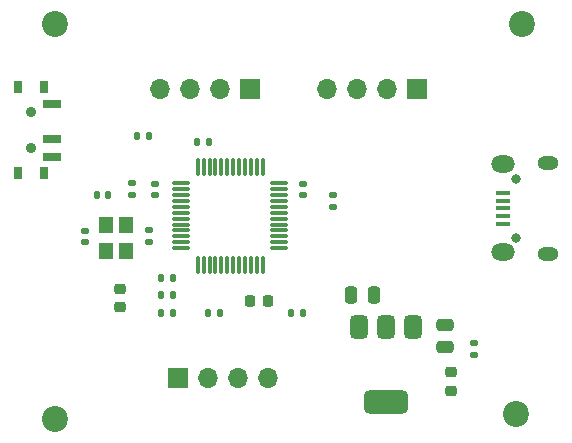
<source format=gbr>
%TF.GenerationSoftware,KiCad,Pcbnew,8.0.5-8.0.5-0~ubuntu22.04.1*%
%TF.CreationDate,2024-10-15T18:40:31+03:00*%
%TF.ProjectId,sc,73632e6b-6963-4616-945f-706362585858,rev?*%
%TF.SameCoordinates,Original*%
%TF.FileFunction,Soldermask,Top*%
%TF.FilePolarity,Negative*%
%FSLAX46Y46*%
G04 Gerber Fmt 4.6, Leading zero omitted, Abs format (unit mm)*
G04 Created by KiCad (PCBNEW 8.0.5-8.0.5-0~ubuntu22.04.1) date 2024-10-15 18:40:31*
%MOMM*%
%LPD*%
G01*
G04 APERTURE LIST*
G04 Aperture macros list*
%AMRoundRect*
0 Rectangle with rounded corners*
0 $1 Rounding radius*
0 $2 $3 $4 $5 $6 $7 $8 $9 X,Y pos of 4 corners*
0 Add a 4 corners polygon primitive as box body*
4,1,4,$2,$3,$4,$5,$6,$7,$8,$9,$2,$3,0*
0 Add four circle primitives for the rounded corners*
1,1,$1+$1,$2,$3*
1,1,$1+$1,$4,$5*
1,1,$1+$1,$6,$7*
1,1,$1+$1,$8,$9*
0 Add four rect primitives between the rounded corners*
20,1,$1+$1,$2,$3,$4,$5,0*
20,1,$1+$1,$4,$5,$6,$7,0*
20,1,$1+$1,$6,$7,$8,$9,0*
20,1,$1+$1,$8,$9,$2,$3,0*%
G04 Aperture macros list end*
%ADD10R,0.800000X1.000000*%
%ADD11C,0.900000*%
%ADD12R,1.500000X0.700000*%
%ADD13C,2.200000*%
%ADD14RoundRect,0.225000X0.225000X0.250000X-0.225000X0.250000X-0.225000X-0.250000X0.225000X-0.250000X0*%
%ADD15RoundRect,0.135000X-0.135000X-0.185000X0.135000X-0.185000X0.135000X0.185000X-0.135000X0.185000X0*%
%ADD16RoundRect,0.140000X-0.170000X0.140000X-0.170000X-0.140000X0.170000X-0.140000X0.170000X0.140000X0*%
%ADD17RoundRect,0.140000X0.140000X0.170000X-0.140000X0.170000X-0.140000X-0.170000X0.140000X-0.170000X0*%
%ADD18R,1.700000X1.700000*%
%ADD19O,1.700000X1.700000*%
%ADD20RoundRect,0.135000X0.185000X-0.135000X0.185000X0.135000X-0.185000X0.135000X-0.185000X-0.135000X0*%
%ADD21RoundRect,0.375000X-0.375000X0.625000X-0.375000X-0.625000X0.375000X-0.625000X0.375000X0.625000X0*%
%ADD22RoundRect,0.500000X-1.400000X0.500000X-1.400000X-0.500000X1.400000X-0.500000X1.400000X0.500000X0*%
%ADD23RoundRect,0.250000X0.475000X-0.250000X0.475000X0.250000X-0.475000X0.250000X-0.475000X-0.250000X0*%
%ADD24RoundRect,0.140000X-0.140000X-0.170000X0.140000X-0.170000X0.140000X0.170000X-0.140000X0.170000X0*%
%ADD25RoundRect,0.218750X0.256250X-0.218750X0.256250X0.218750X-0.256250X0.218750X-0.256250X-0.218750X0*%
%ADD26R,1.200000X1.400000*%
%ADD27RoundRect,0.135000X-0.185000X0.135000X-0.185000X-0.135000X0.185000X-0.135000X0.185000X0.135000X0*%
%ADD28RoundRect,0.140000X0.170000X-0.140000X0.170000X0.140000X-0.170000X0.140000X-0.170000X-0.140000X0*%
%ADD29RoundRect,0.075000X-0.662500X-0.075000X0.662500X-0.075000X0.662500X0.075000X-0.662500X0.075000X0*%
%ADD30RoundRect,0.075000X-0.075000X-0.662500X0.075000X-0.662500X0.075000X0.662500X-0.075000X0.662500X0*%
%ADD31O,0.800000X0.800000*%
%ADD32R,1.300000X0.450000*%
%ADD33O,1.800000X1.150000*%
%ADD34O,2.000000X1.450000*%
%ADD35RoundRect,0.250000X-0.250000X-0.475000X0.250000X-0.475000X0.250000X0.475000X-0.250000X0.475000X0*%
G04 APERTURE END LIST*
D10*
%TO.C,SW1*%
X119110000Y-72350000D03*
X116900000Y-72350000D03*
D11*
X118000000Y-74500000D03*
X118000000Y-77500000D03*
D10*
X119110000Y-79650000D03*
X116900000Y-79650000D03*
D12*
X119760000Y-73750000D03*
X119760000Y-76750000D03*
X119760000Y-78250000D03*
%TD*%
D13*
%TO.C,H4*%
X120000000Y-100500000D03*
%TD*%
%TO.C,H3*%
X159000000Y-100000000D03*
%TD*%
%TO.C,H2*%
X159500000Y-67000000D03*
%TD*%
%TO.C,H1*%
X120000000Y-67000000D03*
%TD*%
D14*
%TO.C,C5*%
X138050000Y-90500000D03*
X136500000Y-90500000D03*
%TD*%
D15*
%TO.C,R4*%
X139980000Y-91500000D03*
X141000000Y-91500000D03*
%TD*%
D16*
%TO.C,C4*%
X128500000Y-80540000D03*
X128500000Y-81500000D03*
%TD*%
D17*
%TO.C,C7*%
X129960000Y-90000000D03*
X129000000Y-90000000D03*
%TD*%
D18*
%TO.C,J2*%
X136500000Y-72500000D03*
D19*
X133960000Y-72500000D03*
X131420000Y-72500000D03*
X128880000Y-72500000D03*
%TD*%
D20*
%TO.C,R3*%
X155500000Y-95020000D03*
X155500000Y-94000000D03*
%TD*%
D16*
%TO.C,C3*%
X126500000Y-80520000D03*
X126500000Y-81480000D03*
%TD*%
D21*
%TO.C,U2*%
X150300000Y-92700000D03*
X148000000Y-92700000D03*
D22*
X148000000Y-99000000D03*
D21*
X145700000Y-92700000D03*
%TD*%
D16*
%TO.C,C11*%
X122500000Y-84540000D03*
X122500000Y-85500000D03*
%TD*%
D15*
%TO.C,R5*%
X132980000Y-91500000D03*
X134000000Y-91500000D03*
%TD*%
D23*
%TO.C,C13*%
X153000000Y-94400000D03*
X153000000Y-92500000D03*
%TD*%
D24*
%TO.C,C9*%
X123540000Y-81500000D03*
X124500000Y-81500000D03*
%TD*%
D17*
%TO.C,C6*%
X129960000Y-91500000D03*
X129000000Y-91500000D03*
%TD*%
D18*
%TO.C,J3*%
X150620000Y-72500000D03*
D19*
X148080000Y-72500000D03*
X145540000Y-72500000D03*
X143000000Y-72500000D03*
%TD*%
D25*
%TO.C,FB1*%
X125500000Y-91000000D03*
X125500000Y-89425000D03*
%TD*%
D15*
%TO.C,R1*%
X126980000Y-76500000D03*
X128000000Y-76500000D03*
%TD*%
D26*
%TO.C,Y1*%
X126000000Y-86200000D03*
X126000000Y-84000000D03*
X124300000Y-84000000D03*
X124300000Y-86200000D03*
%TD*%
D16*
%TO.C,C1*%
X141000000Y-80540000D03*
X141000000Y-81500000D03*
%TD*%
D27*
%TO.C,R2*%
X143500000Y-81490000D03*
X143500000Y-82510000D03*
%TD*%
D24*
%TO.C,C2*%
X132040000Y-77000000D03*
X133000000Y-77000000D03*
%TD*%
D25*
%TO.C,D1*%
X153500000Y-98075000D03*
X153500000Y-96500000D03*
%TD*%
D28*
%TO.C,C10*%
X128000000Y-85460000D03*
X128000000Y-84500000D03*
%TD*%
D17*
%TO.C,C8*%
X129960000Y-88500000D03*
X129000000Y-88500000D03*
%TD*%
D18*
%TO.C,J4*%
X130380000Y-97000000D03*
D19*
X132920000Y-97000000D03*
X135460000Y-97000000D03*
X138000000Y-97000000D03*
%TD*%
D29*
%TO.C,U1*%
X130675000Y-80500000D03*
X130675000Y-81000000D03*
X130675000Y-81500000D03*
X130675000Y-82000000D03*
X130675000Y-82500000D03*
X130675000Y-83000000D03*
X130675000Y-83500000D03*
X130675000Y-84000000D03*
X130675000Y-84500000D03*
X130675000Y-85000000D03*
X130675000Y-85500000D03*
X130675000Y-86000000D03*
D30*
X132087500Y-87412500D03*
X132587500Y-87412500D03*
X133087500Y-87412500D03*
X133587500Y-87412500D03*
X134087500Y-87412500D03*
X134587500Y-87412500D03*
X135087500Y-87412500D03*
X135587500Y-87412500D03*
X136087500Y-87412500D03*
X136587500Y-87412500D03*
X137087500Y-87412500D03*
X137587500Y-87412500D03*
D29*
X139000000Y-86000000D03*
X139000000Y-85500000D03*
X139000000Y-85000000D03*
X139000000Y-84500000D03*
X139000000Y-84000000D03*
X139000000Y-83500000D03*
X139000000Y-83000000D03*
X139000000Y-82500000D03*
X139000000Y-82000000D03*
X139000000Y-81500000D03*
X139000000Y-81000000D03*
X139000000Y-80500000D03*
D30*
X137587500Y-79087500D03*
X137087500Y-79087500D03*
X136587500Y-79087500D03*
X136087500Y-79087500D03*
X135587500Y-79087500D03*
X135087500Y-79087500D03*
X134587500Y-79087500D03*
X134087500Y-79087500D03*
X133587500Y-79087500D03*
X133087500Y-79087500D03*
X132587500Y-79087500D03*
X132087500Y-79087500D03*
%TD*%
D31*
%TO.C,J1*%
X159000000Y-85125000D03*
X159000000Y-80125000D03*
D32*
X157900000Y-83925000D03*
X157900000Y-83275000D03*
X157900000Y-82625000D03*
X157900000Y-81975000D03*
X157900000Y-81325000D03*
D33*
X161750000Y-86500000D03*
D34*
X157950000Y-86350000D03*
X157950000Y-78900000D03*
D33*
X161750000Y-78750000D03*
%TD*%
D35*
%TO.C,C12*%
X145100000Y-90000000D03*
X147000000Y-90000000D03*
%TD*%
M02*

</source>
